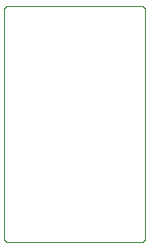
<source format=gbo>
G75*
%MOIN*%
%OFA0B0*%
%FSLAX25Y25*%
%IPPOS*%
%LPD*%
%AMOC8*
5,1,8,0,0,1.08239X$1,22.5*
%
%ADD10C,0.00000*%
D10*
X0002969Y0014780D02*
X0047063Y0014780D01*
X0047063Y0014779D02*
X0047140Y0014781D01*
X0047217Y0014787D01*
X0047294Y0014796D01*
X0047370Y0014809D01*
X0047446Y0014826D01*
X0047520Y0014847D01*
X0047594Y0014871D01*
X0047666Y0014899D01*
X0047736Y0014930D01*
X0047805Y0014965D01*
X0047873Y0015003D01*
X0047938Y0015044D01*
X0048001Y0015089D01*
X0048062Y0015137D01*
X0048121Y0015187D01*
X0048177Y0015240D01*
X0048230Y0015296D01*
X0048280Y0015355D01*
X0048328Y0015416D01*
X0048373Y0015479D01*
X0048414Y0015544D01*
X0048452Y0015612D01*
X0048487Y0015681D01*
X0048518Y0015751D01*
X0048546Y0015823D01*
X0048570Y0015897D01*
X0048591Y0015971D01*
X0048608Y0016047D01*
X0048621Y0016123D01*
X0048630Y0016200D01*
X0048636Y0016277D01*
X0048638Y0016354D01*
X0048638Y0091945D01*
X0048636Y0092022D01*
X0048630Y0092099D01*
X0048621Y0092176D01*
X0048608Y0092252D01*
X0048591Y0092328D01*
X0048570Y0092402D01*
X0048546Y0092476D01*
X0048518Y0092548D01*
X0048487Y0092618D01*
X0048452Y0092687D01*
X0048414Y0092755D01*
X0048373Y0092820D01*
X0048328Y0092883D01*
X0048280Y0092944D01*
X0048230Y0093003D01*
X0048177Y0093059D01*
X0048121Y0093112D01*
X0048062Y0093162D01*
X0048001Y0093210D01*
X0047938Y0093255D01*
X0047873Y0093296D01*
X0047805Y0093334D01*
X0047736Y0093369D01*
X0047666Y0093400D01*
X0047594Y0093428D01*
X0047520Y0093452D01*
X0047446Y0093473D01*
X0047370Y0093490D01*
X0047294Y0093503D01*
X0047217Y0093512D01*
X0047140Y0093518D01*
X0047063Y0093520D01*
X0002969Y0093520D01*
X0002892Y0093518D01*
X0002815Y0093512D01*
X0002738Y0093503D01*
X0002662Y0093490D01*
X0002586Y0093473D01*
X0002512Y0093452D01*
X0002438Y0093428D01*
X0002366Y0093400D01*
X0002296Y0093369D01*
X0002227Y0093334D01*
X0002159Y0093296D01*
X0002094Y0093255D01*
X0002031Y0093210D01*
X0001970Y0093162D01*
X0001911Y0093112D01*
X0001855Y0093059D01*
X0001802Y0093003D01*
X0001752Y0092944D01*
X0001704Y0092883D01*
X0001659Y0092820D01*
X0001618Y0092755D01*
X0001580Y0092687D01*
X0001545Y0092618D01*
X0001514Y0092548D01*
X0001486Y0092476D01*
X0001462Y0092402D01*
X0001441Y0092328D01*
X0001424Y0092252D01*
X0001411Y0092176D01*
X0001402Y0092099D01*
X0001396Y0092022D01*
X0001394Y0091945D01*
X0001394Y0016354D01*
X0001396Y0016277D01*
X0001402Y0016200D01*
X0001411Y0016123D01*
X0001424Y0016047D01*
X0001441Y0015971D01*
X0001462Y0015897D01*
X0001486Y0015823D01*
X0001514Y0015751D01*
X0001545Y0015681D01*
X0001580Y0015612D01*
X0001618Y0015544D01*
X0001659Y0015479D01*
X0001704Y0015416D01*
X0001752Y0015355D01*
X0001802Y0015296D01*
X0001855Y0015240D01*
X0001911Y0015187D01*
X0001970Y0015137D01*
X0002031Y0015089D01*
X0002094Y0015044D01*
X0002159Y0015003D01*
X0002227Y0014965D01*
X0002296Y0014930D01*
X0002366Y0014899D01*
X0002438Y0014871D01*
X0002512Y0014847D01*
X0002586Y0014826D01*
X0002662Y0014809D01*
X0002738Y0014796D01*
X0002815Y0014787D01*
X0002892Y0014781D01*
X0002969Y0014779D01*
M02*

</source>
